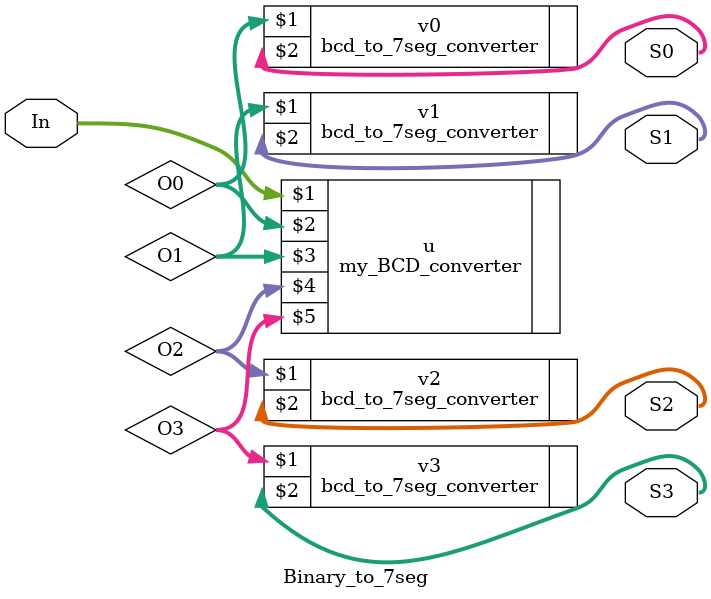
<source format=v>
`timescale 1ns / 1ps
module Binary_to_7seg #(parameter bits=14)(
    input [bits-1:0]In,
	 output [6:0]S0,S1,S2,S3
	 );
	 wire [3:0] O0,O1,O2,O3;
my_BCD_converter #(.n(bits)) u(In,O0,O1,O2,O3);
bcd_to_7seg_converter v0(O0,S0);
bcd_to_7seg_converter v1(O1,S1);
bcd_to_7seg_converter v2(O2,S2);
bcd_to_7seg_converter v3(O3,S3);
endmodule

</source>
